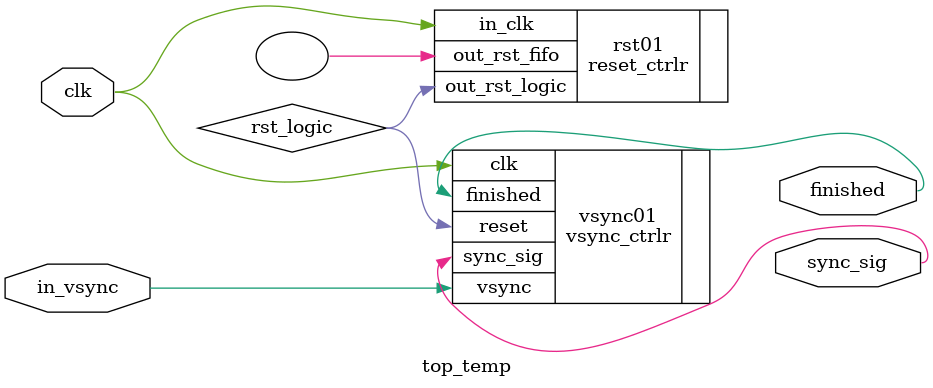
<source format=v>
`timescale 1ns / 1ps
module top_temp(
    input clk,
    input in_vsync,
	output sync_sig,
	output finished
    );

wire rst_logic;


reset_ctrlr rst01
(
.out_rst_logic(rst_logic),
.out_rst_fifo(),
.in_clk(clk)
);

vsync_ctrlr vsync01
(
.clk(clk),
.reset(rst_logic),
.vsync(in_vsync),
.sync_sig,
.finished
);

endmodule

</source>
